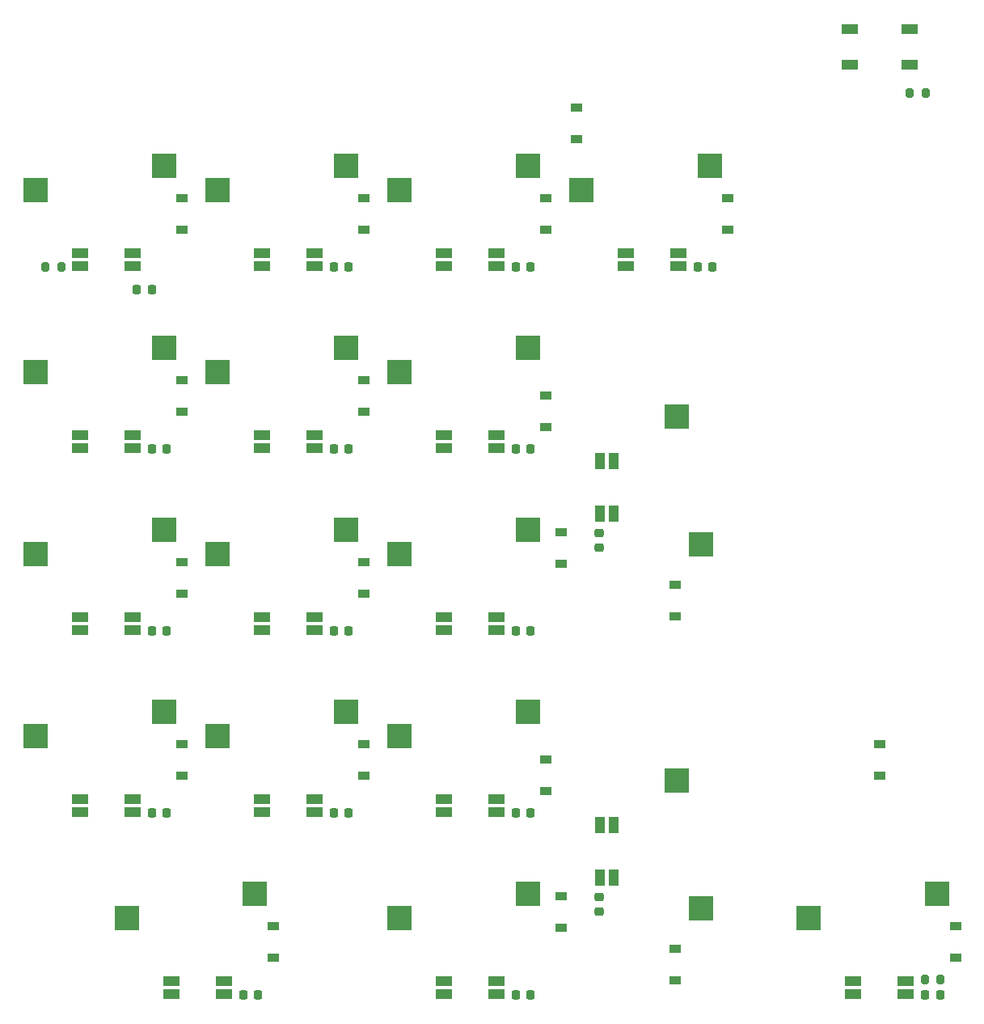
<source format=gbp>
%TF.GenerationSoftware,KiCad,Pcbnew,(6.0.0)*%
%TF.CreationDate,2022-02-02T23:00:49-05:00*%
%TF.ProjectId,numpad,6e756d70-6164-42e6-9b69-6361645f7063,rev?*%
%TF.SameCoordinates,Original*%
%TF.FileFunction,Paste,Bot*%
%TF.FilePolarity,Positive*%
%FSLAX46Y46*%
G04 Gerber Fmt 4.6, Leading zero omitted, Abs format (unit mm)*
G04 Created by KiCad (PCBNEW (6.0.0)) date 2022-02-02 23:00:49*
%MOMM*%
%LPD*%
G01*
G04 APERTURE LIST*
G04 Aperture macros list*
%AMRoundRect*
0 Rectangle with rounded corners*
0 $1 Rounding radius*
0 $2 $3 $4 $5 $6 $7 $8 $9 X,Y pos of 4 corners*
0 Add a 4 corners polygon primitive as box body*
4,1,4,$2,$3,$4,$5,$6,$7,$8,$9,$2,$3,0*
0 Add four circle primitives for the rounded corners*
1,1,$1+$1,$2,$3*
1,1,$1+$1,$4,$5*
1,1,$1+$1,$6,$7*
1,1,$1+$1,$8,$9*
0 Add four rect primitives between the rounded corners*
20,1,$1+$1,$2,$3,$4,$5,0*
20,1,$1+$1,$4,$5,$6,$7,0*
20,1,$1+$1,$6,$7,$8,$9,0*
20,1,$1+$1,$8,$9,$2,$3,0*%
G04 Aperture macros list end*
%ADD10R,2.550000X2.500000*%
%ADD11R,2.500000X2.550000*%
%ADD12RoundRect,0.200000X0.200000X0.275000X-0.200000X0.275000X-0.200000X-0.275000X0.200000X-0.275000X0*%
%ADD13R,1.800000X1.100000*%
%ADD14R,1.200000X0.900000*%
%ADD15R,1.000000X1.700000*%
%ADD16R,1.700000X1.000000*%
%ADD17RoundRect,0.225000X-0.225000X-0.250000X0.225000X-0.250000X0.225000X0.250000X-0.225000X0.250000X0*%
%ADD18RoundRect,0.200000X-0.200000X-0.275000X0.200000X-0.275000X0.200000X0.275000X-0.200000X0.275000X0*%
%ADD19RoundRect,0.225000X-0.250000X0.225000X-0.250000X-0.225000X0.250000X-0.225000X0.250000X0.225000X0*%
%ADD20RoundRect,0.225000X0.225000X0.250000X-0.225000X0.250000X-0.225000X-0.250000X0.225000X-0.250000X0*%
G04 APERTURE END LIST*
D10*
%TO.C,MX1*%
X81485050Y-86355050D03*
X94910050Y-83815050D03*
%TD*%
%TO.C,MX12*%
X81485050Y-143505050D03*
X94910050Y-140965050D03*
%TD*%
%TO.C,MX16*%
X119585050Y-162555050D03*
X133010050Y-160015050D03*
%TD*%
%TO.C,MX7*%
X138635050Y-86355050D03*
X152060050Y-83815050D03*
%TD*%
%TO.C,MX2*%
X100535050Y-86355050D03*
X113960050Y-83815050D03*
%TD*%
%TO.C,MX18*%
X162447550Y-162555050D03*
X175872550Y-160015050D03*
%TD*%
%TO.C,MX15*%
X91010050Y-162555050D03*
X104435050Y-160015050D03*
%TD*%
D11*
%TO.C,MX17*%
X148585050Y-148160050D03*
X151125050Y-161585050D03*
%TD*%
D10*
%TO.C,MX3*%
X119585050Y-86355050D03*
X133010050Y-83815050D03*
%TD*%
%TO.C,MX6*%
X119585050Y-105405050D03*
X133010050Y-102865050D03*
%TD*%
%TO.C,MX13*%
X100535050Y-143505050D03*
X113960050Y-140965050D03*
%TD*%
D11*
%TO.C,MX11*%
X148585050Y-110060050D03*
X151125050Y-123485050D03*
%TD*%
D10*
%TO.C,MX5*%
X100535050Y-105405050D03*
X113960050Y-102865050D03*
%TD*%
%TO.C,MX9*%
X100535050Y-124455050D03*
X113960050Y-121915050D03*
%TD*%
%TO.C,MX10*%
X119585050Y-124455050D03*
X133010050Y-121915050D03*
%TD*%
%TO.C,MX14*%
X119585050Y-143505050D03*
X133010050Y-140965050D03*
%TD*%
%TO.C,MX4*%
X81485050Y-105405050D03*
X94910050Y-102865050D03*
%TD*%
%TO.C,MX8*%
X81485050Y-124455050D03*
X94910050Y-121915050D03*
%TD*%
D12*
%TO.C,R2*%
X174656150Y-76195450D03*
X173006150Y-76195450D03*
%TD*%
D13*
%TO.C,SW1*%
X172962650Y-73283250D03*
X166762650Y-73283250D03*
X172962650Y-69583250D03*
X166762650Y-69583250D03*
%TD*%
D14*
%TO.C,D5*%
X115882550Y-109595050D03*
X115882550Y-106295050D03*
%TD*%
%TO.C,D6*%
X134932550Y-111182550D03*
X134932550Y-107882550D03*
%TD*%
%TO.C,D4*%
X96832550Y-109595050D03*
X96832550Y-106295050D03*
%TD*%
D15*
%TO.C,LED8*%
X140582550Y-120220050D03*
X141982550Y-120220050D03*
X141982550Y-114720050D03*
X140582550Y-114720050D03*
%TD*%
D16*
%TO.C,LED18*%
X172607550Y-170557550D03*
X172607550Y-169157550D03*
X167107550Y-169157550D03*
X167107550Y-170557550D03*
%TD*%
%TO.C,LED9*%
X91645050Y-132457550D03*
X91645050Y-131057550D03*
X86145050Y-131057550D03*
X86145050Y-132457550D03*
%TD*%
%TO.C,LED6*%
X110695050Y-113407550D03*
X110695050Y-112007550D03*
X105195050Y-112007550D03*
X105195050Y-113407550D03*
%TD*%
%TO.C,LED1*%
X91645050Y-94357550D03*
X91645050Y-92957550D03*
X86145050Y-92957550D03*
X86145050Y-94357550D03*
%TD*%
D17*
%TO.C,C7*%
X131781250Y-113506250D03*
X133331250Y-113506250D03*
%TD*%
D18*
%TO.C,R3*%
X174593750Y-169068750D03*
X176243750Y-169068750D03*
%TD*%
D14*
%TO.C,D8*%
X96832550Y-128645050D03*
X96832550Y-125345050D03*
%TD*%
%TO.C,RD2*%
X169857550Y-147695050D03*
X169857550Y-144395050D03*
%TD*%
D17*
%TO.C,C11*%
X131781250Y-132551300D03*
X133331250Y-132551300D03*
%TD*%
%TO.C,C9*%
X93681250Y-132556250D03*
X95231250Y-132556250D03*
%TD*%
D14*
%TO.C,D10*%
X136520050Y-125470050D03*
X136520050Y-122170050D03*
%TD*%
%TO.C,D12*%
X96832550Y-147695050D03*
X96832550Y-144395050D03*
%TD*%
D17*
%TO.C,C10*%
X112731250Y-132556250D03*
X114281250Y-132556250D03*
%TD*%
D14*
%TO.C,D18*%
X177795050Y-166745050D03*
X177795050Y-163445050D03*
%TD*%
D15*
%TO.C,LED15*%
X140582550Y-158320050D03*
X141982550Y-158320050D03*
X141982550Y-152820050D03*
X140582550Y-152820050D03*
%TD*%
D17*
%TO.C,C18*%
X174643750Y-170651300D03*
X176193750Y-170651300D03*
%TD*%
%TO.C,C6*%
X112731250Y-113501300D03*
X114281250Y-113501300D03*
%TD*%
D14*
%TO.C,D3*%
X134932550Y-90545050D03*
X134932550Y-87245050D03*
%TD*%
%TO.C,D2*%
X115882550Y-90545050D03*
X115882550Y-87245050D03*
%TD*%
%TO.C,D15*%
X106357550Y-166745050D03*
X106357550Y-163445050D03*
%TD*%
D19*
%TO.C,C8*%
X140493750Y-122256250D03*
X140493750Y-123806250D03*
%TD*%
D17*
%TO.C,C16*%
X103206250Y-170656250D03*
X104756250Y-170656250D03*
%TD*%
D14*
%TO.C,D9*%
X115882550Y-128645050D03*
X115882550Y-125345050D03*
%TD*%
D16*
%TO.C,LED2*%
X110695050Y-94357550D03*
X110695050Y-92957550D03*
X105195050Y-92957550D03*
X105195050Y-94357550D03*
%TD*%
%TO.C,LED4*%
X148795050Y-94357550D03*
X148795050Y-92957550D03*
X143295050Y-92957550D03*
X143295050Y-94357550D03*
%TD*%
D17*
%TO.C,C2*%
X112731250Y-94456250D03*
X114281250Y-94456250D03*
%TD*%
%TO.C,C3*%
X131781250Y-94456250D03*
X133331250Y-94456250D03*
%TD*%
D14*
%TO.C,D1*%
X96832550Y-90545050D03*
X96832550Y-87245050D03*
%TD*%
%TO.C,D13*%
X115882550Y-147695050D03*
X115882550Y-144395050D03*
%TD*%
D16*
%TO.C,LED11*%
X129745050Y-132457550D03*
X129745050Y-131057550D03*
X124245050Y-131057550D03*
X124245050Y-132457550D03*
%TD*%
%TO.C,LED10*%
X110695050Y-132457550D03*
X110695050Y-131057550D03*
X105195050Y-131057550D03*
X105195050Y-132457550D03*
%TD*%
%TO.C,LED14*%
X129745050Y-151507550D03*
X129745050Y-150107550D03*
X124245050Y-150107550D03*
X124245050Y-151507550D03*
%TD*%
%TO.C,LED7*%
X129745050Y-113407550D03*
X129745050Y-112007550D03*
X124245050Y-112007550D03*
X124245050Y-113407550D03*
%TD*%
D17*
%TO.C,C12*%
X93681250Y-151601300D03*
X95231250Y-151601300D03*
%TD*%
D16*
%TO.C,LED17*%
X129745050Y-170557550D03*
X129745050Y-169157550D03*
X124245050Y-169157550D03*
X124245050Y-170557550D03*
%TD*%
%TO.C,LED5*%
X91645050Y-113407550D03*
X91645050Y-112007550D03*
X86145050Y-112007550D03*
X86145050Y-113407550D03*
%TD*%
D14*
%TO.C,D14*%
X134932550Y-149282550D03*
X134932550Y-145982550D03*
%TD*%
%TO.C,RD1*%
X138112500Y-81025000D03*
X138112500Y-77725000D03*
%TD*%
D17*
%TO.C,C14*%
X131781250Y-151601300D03*
X133331250Y-151601300D03*
%TD*%
%TO.C,C17*%
X131781250Y-170651300D03*
X133331250Y-170651300D03*
%TD*%
%TO.C,C13*%
X112731250Y-151606250D03*
X114281250Y-151606250D03*
%TD*%
D19*
%TO.C,C15*%
X140493750Y-160356250D03*
X140493750Y-161906250D03*
%TD*%
D16*
%TO.C,LED12*%
X91645050Y-151507550D03*
X91645050Y-150107550D03*
X86145050Y-150107550D03*
X86145050Y-151507550D03*
%TD*%
D14*
%TO.C,D16*%
X136520050Y-163570050D03*
X136520050Y-160270050D03*
%TD*%
D20*
%TO.C,C1*%
X93643750Y-96837500D03*
X92093750Y-96837500D03*
%TD*%
D16*
%TO.C,LED16*%
X101170050Y-170557550D03*
X101170050Y-169157550D03*
X95670050Y-169157550D03*
X95670050Y-170557550D03*
%TD*%
D18*
%TO.C,R1*%
X82518750Y-94456250D03*
X84168750Y-94456250D03*
%TD*%
D16*
%TO.C,LED3*%
X129745050Y-94357550D03*
X129745050Y-92957550D03*
X124245050Y-92957550D03*
X124245050Y-94357550D03*
%TD*%
D14*
%TO.C,D7*%
X153982550Y-90545050D03*
X153982550Y-87245050D03*
%TD*%
D16*
%TO.C,LED13*%
X110695050Y-151507550D03*
X110695050Y-150107550D03*
X105195050Y-150107550D03*
X105195050Y-151507550D03*
%TD*%
D17*
%TO.C,C5*%
X93681250Y-113501300D03*
X95231250Y-113501300D03*
%TD*%
D14*
%TO.C,D11*%
X148426300Y-131026300D03*
X148426300Y-127726300D03*
%TD*%
%TO.C,D17*%
X148426300Y-169126300D03*
X148426300Y-165826300D03*
%TD*%
D17*
%TO.C,C4*%
X150831250Y-94451300D03*
X152381250Y-94451300D03*
%TD*%
M02*

</source>
